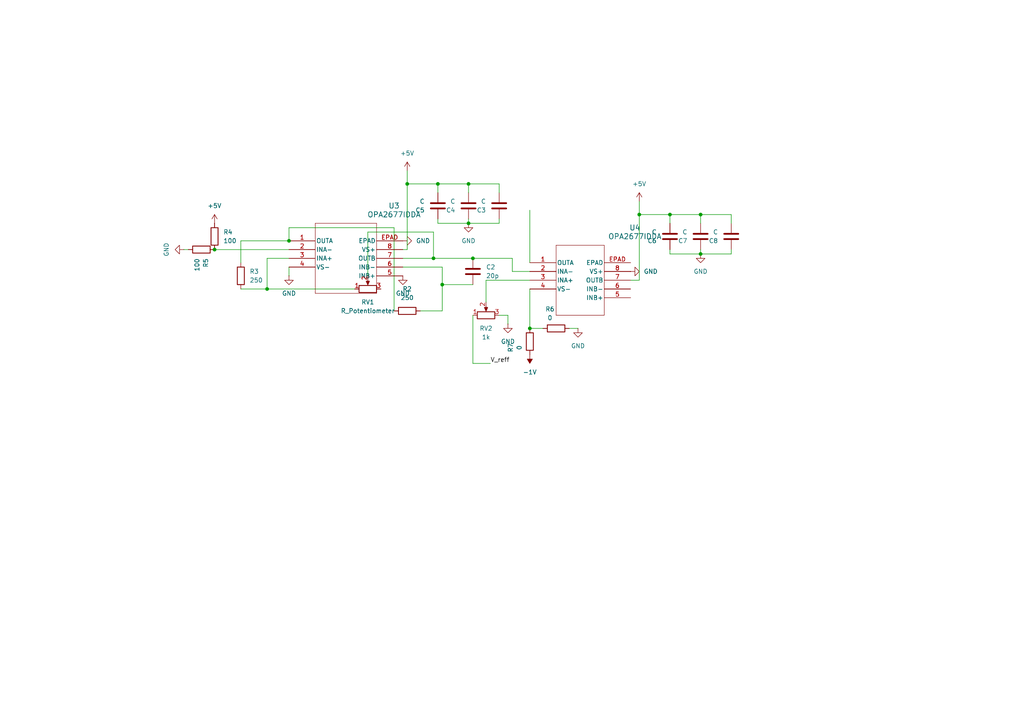
<source format=kicad_sch>
(kicad_sch (version 20231120) (generator "eeschema") (generator_version "8.0")
  (paper "A4")
  (lib_symbols
    (symbol "2024-11-17_16-46-04:OPA2677IDDA" (pin_names (offset 0.254))
      (property "Reference" "U3" (at 30.48 10.16 0))
      (property "Value" "OPA2677IDDA" (at 30.48 7.62 0))
      (symbol "OPA2677IDDA_0_1"
        (polyline (pts (xy 7.62 -15.24) (xy 25.4 -15.24)) (stroke (width 0.127)))
        (polyline (pts (xy 7.62 5.08) (xy 7.62 -15.24)) (stroke (width 0.127)))
        (polyline (pts (xy 25.4 -15.24) (xy 25.4 5.08)) (stroke (width 0.127)))
        (polyline (pts (xy 25.4 5.08) (xy 7.62 5.08)) (stroke (width 0.127)))
        (pin output line (at 0 0 0) (length 7.62) (name "OUTA") (number "1"))
        (pin input line (at 0 -2.54 0) (length 7.62) (name "INA-") (number "2"))
        (pin input line (at 0 -5.08 0) (length 7.62) (name "INA+") (number "3"))
        (pin power_in line (at 0 -7.62 0) (length 7.62) (name "VS-") (number "4"))
        (pin input line (at 33.02 -10.16 180) (length 7.62) (name "INB+") (number "5"))
        (pin input line (at 33.02 -7.62 180) (length 7.62) (name "INB-") (number "6"))
        (pin output line (at 33.02 -5.08 180) (length 7.62) (name "OUTB") (number "7"))
        (pin power_in line (at 33.02 -2.54 180) (length 7.62) (name "VS+") (number "8"))
        (pin unspecified line (at 33.02 0 180) (length 7.62) (name "EPAD") (number "EPAD"))
      )
    )
    (symbol "Device:C" (pin_numbers hide) (pin_names (offset 0.254))
      (property "Reference" "C" (at 0.635 2.54 0))
      (property "Value" "C" (at 0.635 -2.54 0))
      (symbol "C_0_1"
        (polyline (pts (xy -2.032 -0.762) (xy 2.032 -0.762)) (stroke (width 0.508)))
        (polyline (pts (xy -2.032 0.762) (xy 2.032 0.762)) (stroke (width 0.508)))
      )
      (symbol "C_1_1"
        (pin passive line (at 0 3.81 270) (length 2.794) (name "~") (number "1"))
        (pin passive line (at 0 -3.81 90) (length 2.794) (name "~") (number "2"))
      )
    )
    (symbol "Device:R" (pin_numbers hide) (pin_names (offset 0))
      (property "Reference" "R" (at 2.032 0 90))
      (property "Value" "R" (at 0 0 90))
      (symbol "R_0_1"
        (rectangle (start -1.016 -2.54) (end 1.016 2.54) (stroke (width 0.254)))
      )
      (symbol "R_1_1"
        (pin passive line (at 0 3.81 270) (length 1.27) (name "~") (number "1"))
        (pin passive line (at 0 -3.81 90) (length 1.27) (name "~") (number "2"))
      )
    )
    (symbol "Device:R_Potentiometer" (pin_names (offset 1.016) hide)
      (property "Reference" "RV" (at -4.445 0 90))
      (property "Value" "R_Potentiometer" (at -2.54 0 90))
      (symbol "R_Potentiometer_0_1"
        (polyline (pts (xy 2.54 0) (xy 1.524 0)))
        (polyline (pts (xy 1.143 0) (xy 2.286 0.508) (xy 2.286 -0.508) (xy 1.143 0)) (fill (type outline)))
        (rectangle (start 1.016 2.54) (end -1.016 -2.54) (stroke (width 0.254)))
      )
      (symbol "R_Potentiometer_1_1"
        (pin passive line (at 0 3.81 270) (length 1.27) (name "1") (number "1"))
        (pin passive line (at 3.81 0 180) (length 1.27) (name "2") (number "2"))
        (pin passive line (at 0 -3.81 90) (length 1.27) (name "3") (number "3"))
      )
    )
    (symbol "OPA2677IDDA_1" (pin_names (offset 0.254))
      (property "Reference" "U4" (at 30.48 10.16 0))
      (property "Value" "OPA2677IDDA" (at 30.48 7.62 0))
      (symbol "OPA2677IDDA_1_0_1"
        (polyline (pts (xy 7.62 -15.24) (xy 21.59 -15.24)) (stroke (width 0.127)))
        (polyline (pts (xy 7.62 5.08) (xy 7.62 -15.24)) (stroke (width 0.127)))
        (polyline (pts (xy 21.59 -15.24) (xy 21.59 5.08)) (stroke (width 0.127)))
        (polyline (pts (xy 21.59 5.08) (xy 7.62 5.08)) (stroke (width 0.127)))
        (pin output line (at 0 0 0) (length 7.62) (name "OUTA") (number "1"))
        (pin input line (at 0 -2.54 0) (length 7.62) (name "INA-") (number "2"))
        (pin input line (at 0 -5.08 0) (length 7.62) (name "INA+") (number "3"))
        (pin power_in line (at 0 -7.62 0) (length 7.62) (name "VS-") (number "4"))
        (pin input line (at 29.21 -10.16 180) (length 7.62) (name "INB+") (number "5"))
        (pin input line (at 29.21 -7.62 180) (length 7.62) (name "INB-") (number "6"))
        (pin output line (at 29.21 -5.08 180) (length 7.62) (name "OUTB") (number "7"))
        (pin power_in line (at 29.21 -2.54 180) (length 7.62) (name "VS+") (number "8"))
        (pin unspecified line (at 29.21 0 180) (length 7.62) (name "EPAD") (number "EPAD"))
      )
    )
    (symbol "power:+5V" (power) (pin_numbers hide) (pin_names (offset 0) hide)
      (property "Value" "+5V" (at 0 3.556 0))
      (symbol "+5V_0_1"
        (polyline (pts (xy -0.762 1.27) (xy 0 2.54)))
        (polyline (pts (xy 0 0) (xy 0 2.54)))
        (polyline (pts (xy 0 2.54) (xy 0.762 1.27)))
      )
      (symbol "+5V_1_1"
        (pin power_in line (at 0 0 90) (length 0) (name "~") (number "1"))
      )
    )
    (symbol "power:-3V3" (power) (pin_numbers hide) (pin_names (offset 0) hide)
      (property "Value" "-3V3" (at 0 3.556 0))
      (symbol "-3V3_0_0"
        (pin power_in line (at 0 0 90) (length 0) (name "~") (number "1"))
      )
      (symbol "-3V3_0_1"
        (polyline (pts (xy 0 0) (xy 0 1.27) (xy 0.762 1.27) (xy 0 2.54) (xy -0.762 1.27) (xy 0 1.27)) (fill (type outline)))
      )
    )
    (symbol "power:GND" (power) (pin_numbers hide) (pin_names (offset 0) hide)
      (property "Value" "GND" (at 0 -3.81 0))
      (symbol "GND_0_1"
        (polyline (pts (xy 0 0) (xy 0 -1.27) (xy 1.27 -1.27) (xy 0 -2.54) (xy -1.27 -1.27) (xy 0 -1.27)))
      )
      (symbol "GND_1_1"
        (pin power_in line (at 0 0 270) (length 0) (name "~") (number "1"))
      )
    )
  )
  (junction (at 153.67 95.25))
  (junction (at 185.42 62.23))
  (junction (at 194.31 62.23))
  (junction (at 135.89 53.34))
  (junction (at 125.73 74.93))
  (junction (at 127 53.34))
  (junction (at 77.47 83.82))
  (junction (at 135.89 64.77))
  (junction (at 62.23 72.39))
  (junction (at 203.2 62.23))
  (junction (at 83.82 69.85))
  (junction (at 118.11 53.34))
  (junction (at 203.2 73.66))
  (junction (at 137.16 74.93))
  (junction (at 128.27 82.55))
  (wire (pts (xy 148.59 74.93) (xy 148.59 78.74)))
  (wire (pts (xy 125.73 67.31) (xy 125.73 74.93)))
  (wire (pts (xy 135.89 64.77) (xy 135.89 63.5)))
  (wire (pts (xy 106.68 67.31) (xy 125.73 67.31)))
  (wire (pts (xy 83.82 77.47) (xy 83.82 80.01)))
  (wire (pts (xy 116.84 74.93) (xy 125.73 74.93)))
  (wire (pts (xy 137.16 105.41) (xy 142.24 105.41)))
  (wire (pts (xy 127 55.88) (xy 127 53.34)))
  (wire (pts (xy 83.82 66.04) (xy 83.82 69.85)))
  (wire (pts (xy 194.31 73.66) (xy 203.2 73.66)))
  (wire (pts (xy 128.27 82.55) (xy 128.27 77.47)))
  (wire (pts (xy 203.2 73.66) (xy 203.2 72.39)))
  (wire (pts (xy 203.2 64.77) (xy 203.2 62.23)))
  (wire (pts (xy 185.42 62.23) (xy 194.31 62.23)))
  (wire (pts (xy 203.2 73.66) (xy 212.09 73.66)))
  (wire (pts (xy 118.11 49.53) (xy 118.11 53.34)))
  (wire (pts (xy 212.09 73.66) (xy 212.09 72.39)))
  (wire (pts (xy 121.92 90.17) (xy 128.27 90.17)))
  (wire (pts (xy 144.78 64.77) (xy 144.78 63.5)))
  (wire (pts (xy 147.32 91.44) (xy 144.78 91.44)))
  (wire (pts (xy 157.48 95.25) (xy 153.67 95.25)))
  (wire (pts (xy 106.68 80.01) (xy 106.68 67.31)))
  (wire (pts (xy 62.23 72.39) (xy 83.82 72.39)))
  (wire (pts (xy 69.85 69.85) (xy 69.85 76.2)))
  (wire (pts (xy 83.82 69.85) (xy 69.85 69.85)))
  (wire (pts (xy 128.27 90.17) (xy 128.27 82.55)))
  (wire (pts (xy 77.47 74.93) (xy 83.82 74.93)))
  (wire (pts (xy 194.31 72.39) (xy 194.31 73.66)))
  (wire (pts (xy 125.73 74.93) (xy 137.16 74.93)))
  (wire (pts (xy 137.16 74.93) (xy 148.59 74.93)))
  (wire (pts (xy 114.3 90.17) (xy 114.3 66.04)))
  (wire (pts (xy 127 63.5) (xy 127 64.77)))
  (wire (pts (xy 140.97 87.63) (xy 140.97 81.28)))
  (wire (pts (xy 203.2 62.23) (xy 194.31 62.23)))
  (wire (pts (xy 182.88 81.28) (xy 185.42 81.28)))
  (wire (pts (xy 135.89 64.77) (xy 144.78 64.77)))
  (wire (pts (xy 153.67 95.25) (xy 153.67 83.82)))
  (wire (pts (xy 212.09 64.77) (xy 212.09 62.23)))
  (wire (pts (xy 137.16 82.55) (xy 128.27 82.55)))
  (wire (pts (xy 128.27 77.47) (xy 116.84 77.47)))
  (wire (pts (xy 185.42 62.23) (xy 185.42 81.28)))
  (wire (pts (xy 148.59 78.74) (xy 153.67 78.74)))
  (wire (pts (xy 77.47 83.82) (xy 77.47 74.93)))
  (wire (pts (xy 135.89 55.88) (xy 135.89 53.34)))
  (wire (pts (xy 135.89 53.34) (xy 127 53.34)))
  (wire (pts (xy 54.61 72.39) (xy 53.34 72.39)))
  (wire (pts (xy 137.16 91.44) (xy 137.16 105.41)))
  (wire (pts (xy 185.42 58.42) (xy 185.42 62.23)))
  (wire (pts (xy 69.85 83.82) (xy 77.47 83.82)))
  (wire (pts (xy 194.31 64.77) (xy 194.31 62.23)))
  (wire (pts (xy 144.78 53.34) (xy 135.89 53.34)))
  (wire (pts (xy 212.09 62.23) (xy 203.2 62.23)))
  (wire (pts (xy 127 64.77) (xy 135.89 64.77)))
  (wire (pts (xy 118.11 53.34) (xy 118.11 72.39)))
  (wire (pts (xy 147.32 93.98) (xy 147.32 91.44)))
  (wire (pts (xy 153.67 60.96) (xy 153.67 76.2)))
  (wire (pts (xy 140.97 81.28) (xy 153.67 81.28)))
  (wire (pts (xy 114.3 66.04) (xy 83.82 66.04)))
  (wire (pts (xy 118.11 72.39) (xy 116.84 72.39)))
  (wire (pts (xy 118.11 53.34) (xy 127 53.34)))
  (wire (pts (xy 144.78 55.88) (xy 144.78 53.34)))
  (wire (pts (xy 165.1 95.25) (xy 167.64 95.25)))
  (wire (pts (xy 77.47 83.82) (xy 102.87 83.82)))
  (label "V_reff" (at 142.24 105.41 0))
  (symbol (lib_id "Device:C") (at 127 59.69 180) (unit 1)
    (property "Reference" "C5" (at 123.19 60.9601 0) (effects (justify left)))
    (property "Value" "C" (at 123.19 58.4201 0) (effects (justify left)))
    (property "Description" "Unpolarized capacitor" (effects (hide yes)))
  )
  (symbol (lib_id "power:GND") (at 203.2 73.66 0) (unit 1)
    (property "Reference" "#PWR07" (effects (hide yes)))
    (property "Value" "GND" (at 203.2 78.74 0))
    (property "Description" "Power symbol creates a global label with name \"GND\" , ground" (effects (hide yes)))
  )
  (symbol (lib_id "power:GND") (at 83.82 80.01 0) (unit 1)
    (property "Reference" "#PWR08" (effects (hide yes)))
    (property "Value" "GND" (at 83.82 85.09 0))
    (property "Description" "Power symbol creates a global label with name \"GND\" , ground" (effects (hide yes)))
  )
  (symbol (lib_id "Device:R") (at 58.42 72.39 270) (unit 1)
    (property "Reference" "R5" (at 59.6901 74.93 0) (effects (justify left)))
    (property "Value" "100" (at 57.1501 74.93 0) (effects (justify left)))
    (property "Description" "Resistor" (effects (hide yes)))
  )
  (symbol (lib_id "power:+5V") (at 118.11 49.53 0) (unit 1)
    (property "Reference" "#PWR05" (effects (hide yes)))
    (property "Value" "+5V" (at 118.11 44.45 0))
    (property "Description" "Power symbol creates a global label with name \"+5V\"" (effects (hide yes)))
  )
  (symbol (lib_id "Device:R_Potentiometer") (at 140.97 91.44 90) (unit 1)
    (property "Reference" "RV2" (at 140.97 95.25 90))
    (property "Value" "1k" (at 140.97 97.79 90))
    (property "Description" "Potentiometer" (effects (hide yes)))
  )
  (symbol (lib_id "2024-11-17_16-46-04:OPA2677IDDA") (at 83.82 69.85 0) (unit 1)
    (property "Reference" "U3" (at 114.3 59.69 0) (effects (font (size 1.524 1.524))))
    (property "Value" "OPA2677IDDA" (at 114.3 62.23 0) (effects (font (size 1.524 1.524))))
    (property "Footprint" "DDA8_3X2P49" (effects (hide yes)))
    (property "Datasheet" "OPA2677IDDA" (effects (hide yes)))
  )
  (symbol (lib_id "Device:R") (at 118.11 90.17 270) (unit 1)
    (property "Reference" "R2" (at 118.11 83.82 90))
    (property "Value" "250" (at 118.11 86.36 90))
    (property "Description" "Resistor" (effects (hide yes)))
  )
  (symbol (lib_id "Device:C") (at 212.09 68.58 180) (unit 1)
    (property "Reference" "C8" (at 208.28 69.8501 0) (effects (justify left)))
    (property "Value" "C" (at 208.28 67.3101 0) (effects (justify left)))
    (property "Description" "Unpolarized capacitor" (effects (hide yes)))
  )
  (symbol (lib_id "Device:R") (at 161.29 95.25 90) (unit 1)
    (property "Reference" "R6" (at 159.512 89.662 90))
    (property "Value" "0" (at 159.512 92.202 90))
    (property "Description" "Resistor" (effects (hide yes)))
  )
  (symbol (lib_id "Device:C") (at 135.89 59.69 180) (unit 1)
    (property "Reference" "C4" (at 132.08 60.9601 0) (effects (justify left)))
    (property "Value" "C" (at 132.08 58.4201 0) (effects (justify left)))
    (property "Description" "Unpolarized capacitor" (effects (hide yes)))
  )
  (symbol (lib_id "Device:C") (at 137.16 78.74 180) (unit 1)
    (property "Reference" "C2" (at 140.97 77.4699 0) (effects (justify right)))
    (property "Value" "20p" (at 140.97 80.0099 0) (effects (justify right)))
    (property "Description" "Unpolarized capacitor" (effects (hide yes)))
  )
  (symbol (lib_id "Device:R") (at 153.67 99.06 180) (unit 1)
    (property "Reference" "R7" (at 148.082 100.838 90))
    (property "Value" "0" (at 150.622 100.838 90))
    (property "Description" "Resistor" (effects (hide yes)))
  )
  (symbol (lib_id "Device:R") (at 62.23 68.58 0) (unit 1)
    (property "Reference" "R4" (at 64.77 67.3099 0) (effects (justify left)))
    (property "Value" "100" (at 64.77 69.8499 0) (effects (justify left)))
    (property "Description" "Resistor" (effects (hide yes)))
  )
  (symbol (lib_id "Device:C") (at 194.31 68.58 180) (unit 1)
    (property "Reference" "C6" (at 190.5 69.8501 0) (effects (justify left)))
    (property "Value" "C" (at 190.5 67.3101 0) (effects (justify left)))
    (property "Description" "Unpolarized capacitor" (effects (hide yes)))
  )
  (symbol (lib_id "Device:R_Potentiometer") (at 106.68 83.82 90) (unit 1)
    (property "Reference" "RV1" (at 106.68 87.63 90))
    (property "Value" "R_Potentiometer" (at 106.68 90.17 90))
    (property "Description" "Potentiometer" (effects (hide yes)))
  )
  (symbol (lib_id "power:GND") (at 53.34 72.39 270) (unit 1)
    (property "Reference" "#PWR011" (effects (hide yes)))
    (property "Value" "GND" (at 48.26 72.39 0))
    (property "Description" "Power symbol creates a global label with name \"GND\" , ground" (effects (hide yes)))
  )
  (symbol (lib_id "power:-3V3") (at 153.67 102.87 180) (unit 1)
    (property "Reference" "#PWR010" (effects (hide yes)))
    (property "Value" "-1V" (at 153.67 107.95 0))
    (property "Description" "Power symbol creates a global label with name \"-3V3\"" (effects (hide yes)))
  )
  (symbol (lib_id "power:GND") (at 182.88 78.74 90) (unit 1)
    (property "Reference" "#PWR015" (effects (hide yes)))
    (property "Value" "GND" (at 186.69 78.7399 90) (effects (justify right)))
    (property "Description" "Power symbol creates a global label with name \"GND\" , ground" (effects (hide yes)))
  )
  (symbol (lib_name "OPA2677IDDA_1") (lib_id "2024-11-17_16-46-04:OPA2677IDDA") (at 153.67 76.2 0) (unit 1)
    (property "Reference" "U4" (at 184.15 66.04 0) (effects (font (size 1.524 1.524))))
    (property "Value" "OPA2677IDDA" (at 184.15 68.58 0) (effects (font (size 1.524 1.524))))
    (property "Footprint" "DDA8_3X2P49" (effects (hide yes)))
    (property "Datasheet" "OPA2677IDDA" (effects (hide yes)))
  )
  (symbol (lib_id "power:GND") (at 116.84 69.85 90) (unit 1)
    (property "Reference" "#PWR014" (effects (hide yes)))
    (property "Value" "GND" (at 120.65 69.8499 90) (effects (justify right)))
    (property "Description" "Power symbol creates a global label with name \"GND\" , ground" (effects (hide yes)))
  )
  (symbol (lib_id "Device:C") (at 144.78 59.69 180) (unit 1)
    (property "Reference" "C3" (at 140.97 60.9601 0) (effects (justify left)))
    (property "Value" "C" (at 140.97 58.4201 0) (effects (justify left)))
    (property "Description" "Unpolarized capacitor" (effects (hide yes)))
  )
  (symbol (lib_id "power:GND") (at 116.84 80.01 0) (unit 1)
    (property "Reference" "#PWR09" (effects (hide yes)))
    (property "Value" "GND" (at 116.84 85.09 0))
    (property "Description" "Power symbol creates a global label with name \"GND\" , ground" (effects (hide yes)))
  )
  (symbol (lib_id "power:GND") (at 135.89 64.77 0) (unit 1)
    (property "Reference" "#PWR02" (effects (hide yes)))
    (property "Value" "GND" (at 135.89 69.85 0))
    (property "Description" "Power symbol creates a global label with name \"GND\" , ground" (effects (hide yes)))
  )
  (symbol (lib_id "power:+5V") (at 185.42 58.42 0) (unit 1)
    (property "Reference" "#PWR06" (effects (hide yes)))
    (property "Value" "+5V" (at 185.42 53.34 0))
    (property "Description" "Power symbol creates a global label with name \"+5V\"" (effects (hide yes)))
  )
  (symbol (lib_id "Device:C") (at 203.2 68.58 180) (unit 1)
    (property "Reference" "C7" (at 199.39 69.8501 0) (effects (justify left)))
    (property "Value" "C" (at 199.39 67.3101 0) (effects (justify left)))
    (property "Description" "Unpolarized capacitor" (effects (hide yes)))
  )
  (symbol (lib_id "power:GND") (at 147.32 93.98 0) (unit 1)
    (property "Reference" "#PWR04" (effects (hide yes)))
    (property "Value" "GND" (at 147.32 99.06 0))
    (property "Description" "Power symbol creates a global label with name \"GND\" , ground" (effects (hide yes)))
  )
  (symbol (lib_id "power:+5V") (at 62.23 64.77 0) (unit 1)
    (property "Reference" "#PWR03" (effects (hide yes)))
    (property "Value" "+5V" (at 62.23 59.69 0))
    (property "Description" "Power symbol creates a global label with name \"+5V\"" (effects (hide yes)))
  )
  (symbol (lib_id "power:GND") (at 167.64 95.25 0) (unit 1)
    (property "Reference" "#PWR012" (effects (hide yes)))
    (property "Value" "GND" (at 167.64 100.33 0))
    (property "Description" "Power symbol creates a global label with name \"GND\" , ground" (effects (hide yes)))
  )
  (symbol (lib_id "Device:R") (at 69.85 80.01 180) (unit 1)
    (property "Reference" "R3" (at 72.39 78.7399 0) (effects (justify right)))
    (property "Value" "250" (at 72.39 81.2799 0) (effects (justify right)))
    (property "Description" "Resistor" (effects (hide yes)))
  )
)
</source>
